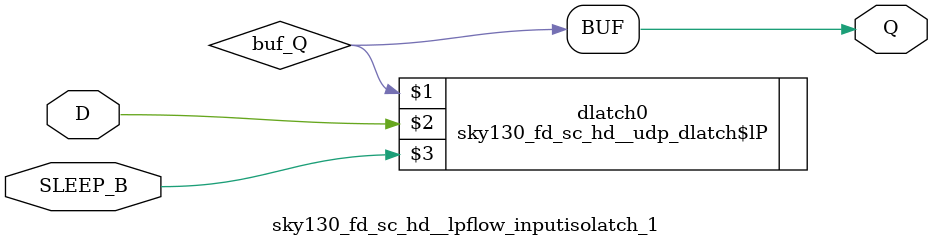
<source format=v>
/*
 * Copyright 2020 The SkyWater PDK Authors
 *
 * Licensed under the Apache License, Version 2.0 (the "License");
 * you may not use this file except in compliance with the License.
 * You may obtain a copy of the License at
 *
 *     https://www.apache.org/licenses/LICENSE-2.0
 *
 * Unless required by applicable law or agreed to in writing, software
 * distributed under the License is distributed on an "AS IS" BASIS,
 * WITHOUT WARRANTIES OR CONDITIONS OF ANY KIND, either express or implied.
 * See the License for the specific language governing permissions and
 * limitations under the License.
 *
 * SPDX-License-Identifier: Apache-2.0
*/


`ifndef SKY130_FD_SC_HD__LPFLOW_INPUTISOLATCH_1_FUNCTIONAL_V
`define SKY130_FD_SC_HD__LPFLOW_INPUTISOLATCH_1_FUNCTIONAL_V

/**
 * lpflow_inputisolatch: Latching input isolator with inverted enable.
 *
 * Verilog simulation functional model.
 */

`timescale 1ns / 1ps
`default_nettype none

// Import user defined primitives.
`include "../../models/udp_dlatch_lp/sky130_fd_sc_hd__udp_dlatch_lp.v"

`celldefine
module sky130_fd_sc_hd__lpflow_inputisolatch_1 (
    Q      ,
    D      ,
    SLEEP_B
);

    // Module ports
    output Q      ;
    input  D      ;
    input  SLEEP_B;

    // Local signals
    wire buf_Q;

    //                             Name     Output  Other arguments
    sky130_fd_sc_hd__udp_dlatch$lP dlatch0 (buf_Q , D, SLEEP_B     );
    buf                            buf0    (Q     , buf_Q          );

endmodule
`endcelldefine

`default_nettype wire
`endif  // SKY130_FD_SC_HD__LPFLOW_INPUTISOLATCH_1_FUNCTIONAL_V

</source>
